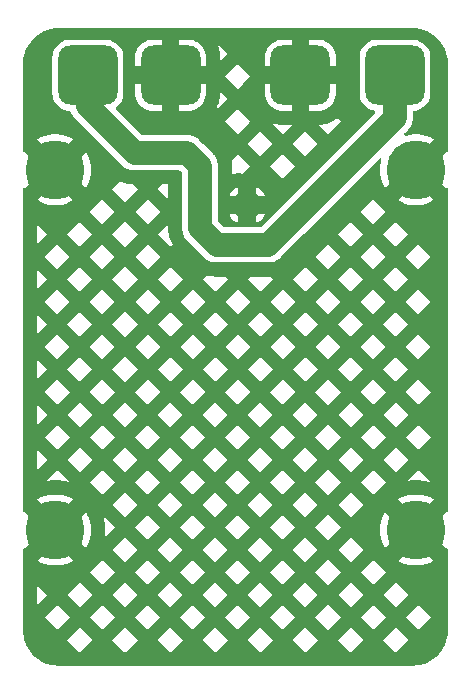
<source format=gbr>
%TF.GenerationSoftware,KiCad,Pcbnew,7.0.6*%
%TF.CreationDate,2023-08-26T05:38:59+03:00*%
%TF.ProjectId,Matek H743-WING PCB,4d617465-6b20-4483-9734-332d57494e47,rev?*%
%TF.SameCoordinates,Original*%
%TF.FileFunction,Copper,L2,Bot*%
%TF.FilePolarity,Positive*%
%FSLAX46Y46*%
G04 Gerber Fmt 4.6, Leading zero omitted, Abs format (unit mm)*
G04 Created by KiCad (PCBNEW 7.0.6) date 2023-08-26 05:38:59*
%MOMM*%
%LPD*%
G01*
G04 APERTURE LIST*
G04 Aperture macros list*
%AMRoundRect*
0 Rectangle with rounded corners*
0 $1 Rounding radius*
0 $2 $3 $4 $5 $6 $7 $8 $9 X,Y pos of 4 corners*
0 Add a 4 corners polygon primitive as box body*
4,1,4,$2,$3,$4,$5,$6,$7,$8,$9,$2,$3,0*
0 Add four circle primitives for the rounded corners*
1,1,$1+$1,$2,$3*
1,1,$1+$1,$4,$5*
1,1,$1+$1,$6,$7*
1,1,$1+$1,$8,$9*
0 Add four rect primitives between the rounded corners*
20,1,$1+$1,$2,$3,$4,$5,0*
20,1,$1+$1,$4,$5,$6,$7,0*
20,1,$1+$1,$6,$7,$8,$9,0*
20,1,$1+$1,$8,$9,$2,$3,0*%
G04 Aperture macros list end*
%TA.AperFunction,ComponentPad*%
%ADD10C,0.500000*%
%TD*%
%TA.AperFunction,SMDPad,CuDef*%
%ADD11RoundRect,0.400000X-0.600000X-0.600000X0.600000X-0.600000X0.600000X0.600000X-0.600000X0.600000X0*%
%TD*%
%TA.AperFunction,ComponentPad*%
%ADD12C,0.800000*%
%TD*%
%TA.AperFunction,SMDPad,CuDef*%
%ADD13RoundRect,1.000000X-1.500000X-1.500000X1.500000X-1.500000X1.500000X1.500000X-1.500000X1.500000X0*%
%TD*%
%TA.AperFunction,ComponentPad*%
%ADD14C,5.000000*%
%TD*%
%TA.AperFunction,Conductor*%
%ADD15C,2.000000*%
%TD*%
G04 APERTURE END LIST*
D10*
%TO.P,J6,1,Pin_1*%
%TO.N,GND*%
X100500000Y-114500000D03*
X100500000Y-115500000D03*
D11*
X101000000Y-115000000D03*
D10*
X101500000Y-114500000D03*
X101500000Y-115500000D03*
%TD*%
%TO.P,J5,1,Pin_1*%
%TO.N,+BATT*%
X96500000Y-114500000D03*
X96500000Y-115500000D03*
D11*
X97000000Y-115000000D03*
D10*
X97500000Y-114500000D03*
X97500000Y-115500000D03*
%TD*%
D12*
%TO.P,J1,1,Pin_1*%
%TO.N,+BATT*%
X112000000Y-102500000D03*
X112000000Y-104000000D03*
X112000000Y-105500000D03*
X113500000Y-102500000D03*
X113500000Y-104000000D03*
D13*
X113500000Y-104000000D03*
D12*
X113500000Y-105500000D03*
X115000000Y-102500000D03*
X115000000Y-104000000D03*
X115000000Y-105500000D03*
%TD*%
%TO.P,J2,1,Pin_1*%
%TO.N,GND*%
X104000000Y-102500000D03*
X104000000Y-104000000D03*
X104000000Y-105500000D03*
X105500000Y-102500000D03*
X105500000Y-104000000D03*
D13*
X105500000Y-104000000D03*
D12*
X105500000Y-105500000D03*
X107000000Y-102500000D03*
X107000000Y-104000000D03*
X107000000Y-105500000D03*
%TD*%
%TO.P,J4,1,Pin_1*%
%TO.N,GND*%
X93000000Y-102500000D03*
X93000000Y-104000000D03*
X93000000Y-105500000D03*
X94500000Y-102500000D03*
X94500000Y-104000000D03*
D13*
X94500000Y-104000000D03*
D12*
X94500000Y-105500000D03*
X96000000Y-102500000D03*
X96000000Y-104000000D03*
X96000000Y-105500000D03*
%TD*%
%TO.P,J3,1,Pin_1*%
%TO.N,+BATT*%
X86000000Y-102500000D03*
X86000000Y-104000000D03*
X86000000Y-105500000D03*
X87500000Y-102500000D03*
X87500000Y-104000000D03*
D13*
X87500000Y-104000000D03*
D12*
X87500000Y-105500000D03*
X89000000Y-102500000D03*
X89000000Y-104000000D03*
X89000000Y-105500000D03*
%TD*%
D14*
%TO.P,H3,1,1*%
%TO.N,GND*%
X84750000Y-142500000D03*
%TD*%
%TO.P,H2,1,1*%
%TO.N,GND*%
X115250000Y-112000000D03*
%TD*%
%TO.P,H4,1,1*%
%TO.N,GND*%
X115250000Y-142500000D03*
%TD*%
%TO.P,H1,1,1*%
%TO.N,GND*%
X84750000Y-112000000D03*
%TD*%
D15*
%TO.N,+BATT*%
X91450000Y-110550000D02*
X87500000Y-106600000D01*
X87500000Y-106600000D02*
X87500000Y-104000000D01*
X95900000Y-110550000D02*
X91450000Y-110550000D01*
X97000000Y-111650000D02*
X95900000Y-110550000D01*
X97000000Y-115000000D02*
X97000000Y-111650000D01*
X102750000Y-118350000D02*
X113500000Y-107600000D01*
X98400000Y-118350000D02*
X102750000Y-118350000D01*
X113500000Y-107600000D02*
X113500000Y-104000000D01*
X97000000Y-116950000D02*
X98400000Y-118350000D01*
X97000000Y-115000000D02*
X97000000Y-116950000D01*
%TD*%
%TA.AperFunction,Conductor*%
%TO.N,GND*%
G36*
X115001620Y-100010584D02*
G01*
X115147448Y-100018227D01*
X115309243Y-100026707D01*
X115315701Y-100027385D01*
X115618339Y-100075319D01*
X115624686Y-100076668D01*
X115920666Y-100155976D01*
X115926835Y-100157979D01*
X116212905Y-100267791D01*
X116218832Y-100270430D01*
X116491870Y-100409550D01*
X116497459Y-100412776D01*
X116754468Y-100579680D01*
X116759707Y-100583488D01*
X116997842Y-100776325D01*
X117002668Y-100780671D01*
X117219328Y-100997331D01*
X117223674Y-101002157D01*
X117416511Y-101240292D01*
X117420321Y-101245535D01*
X117587219Y-101502534D01*
X117590457Y-101508142D01*
X117729568Y-101781165D01*
X117732209Y-101787097D01*
X117842017Y-102073157D01*
X117844023Y-102079333D01*
X117923331Y-102375313D01*
X117924681Y-102381665D01*
X117972613Y-102684297D01*
X117973292Y-102690755D01*
X117989415Y-102998377D01*
X117989500Y-103001623D01*
X117989499Y-110355305D01*
X117969814Y-110422344D01*
X117917010Y-110468099D01*
X117849315Y-110478244D01*
X117834380Y-110476277D01*
X116661503Y-111649155D01*
X116660447Y-111642826D01*
X116582422Y-111415546D01*
X116468051Y-111204207D01*
X116320455Y-111014576D01*
X116143660Y-110851825D01*
X115942489Y-110720393D01*
X115722428Y-110623865D01*
X115597188Y-110592150D01*
X116776235Y-109413104D01*
X116752543Y-109397522D01*
X116752533Y-109397516D01*
X116440260Y-109240685D01*
X116440254Y-109240683D01*
X116111869Y-109121161D01*
X116111866Y-109121160D01*
X115771828Y-109040570D01*
X115424723Y-109000000D01*
X115075277Y-109000000D01*
X114728172Y-109040570D01*
X114728170Y-109040570D01*
X114437083Y-109109559D01*
X114367311Y-109105865D01*
X114310612Y-109065036D01*
X114284988Y-109000035D01*
X114298574Y-108931499D01*
X114320803Y-108901223D01*
X114492422Y-108729604D01*
X114498167Y-108724530D01*
X114519744Y-108707738D01*
X114582949Y-108639078D01*
X114604902Y-108617126D01*
X114624966Y-108593435D01*
X114688164Y-108524785D01*
X114703117Y-108501894D01*
X114707697Y-108495754D01*
X114725366Y-108474894D01*
X114773136Y-108394724D01*
X114824173Y-108316607D01*
X114835154Y-108291571D01*
X114838657Y-108284764D01*
X114852656Y-108261273D01*
X114886580Y-108174332D01*
X114924063Y-108088881D01*
X114930771Y-108062385D01*
X114933110Y-108055083D01*
X114943050Y-108029614D01*
X114962202Y-107938274D01*
X114985108Y-107847821D01*
X114987364Y-107820593D01*
X114988473Y-107812982D01*
X114989327Y-107808904D01*
X114994081Y-107786237D01*
X114997937Y-107692990D01*
X115000500Y-107662067D01*
X115000500Y-107631035D01*
X115004357Y-107537779D01*
X115000975Y-107510651D01*
X115000500Y-107502981D01*
X115000500Y-107122152D01*
X115020185Y-107055113D01*
X115072989Y-107009358D01*
X115116814Y-106998390D01*
X115186237Y-106994081D01*
X115429614Y-106943050D01*
X115429621Y-106943046D01*
X115429625Y-106943046D01*
X115593554Y-106879080D01*
X115661273Y-106852656D01*
X115874894Y-106725366D01*
X115874898Y-106725361D01*
X115874902Y-106725360D01*
X116064649Y-106564651D01*
X116064651Y-106564649D01*
X116225360Y-106374902D01*
X116225361Y-106374898D01*
X116225366Y-106374894D01*
X116352656Y-106161273D01*
X116443050Y-105929614D01*
X116494081Y-105686237D01*
X116500500Y-105582842D01*
X116500500Y-102417158D01*
X116494081Y-102313763D01*
X116443050Y-102070386D01*
X116443048Y-102070381D01*
X116443046Y-102070374D01*
X116352657Y-101838730D01*
X116352656Y-101838727D01*
X116225366Y-101625106D01*
X116225363Y-101625103D01*
X116225360Y-101625097D01*
X116064651Y-101435350D01*
X116064649Y-101435348D01*
X115874902Y-101274639D01*
X115874894Y-101274634D01*
X115661273Y-101147344D01*
X115661271Y-101147343D01*
X115661269Y-101147342D01*
X115429625Y-101056953D01*
X115429615Y-101056950D01*
X115186238Y-101005919D01*
X115186235Y-101005918D01*
X115082845Y-100999500D01*
X115082842Y-100999500D01*
X111917158Y-100999500D01*
X111917155Y-100999500D01*
X111813764Y-101005918D01*
X111813761Y-101005919D01*
X111570384Y-101056950D01*
X111570374Y-101056953D01*
X111338730Y-101147342D01*
X111125097Y-101274639D01*
X110935350Y-101435348D01*
X110935348Y-101435350D01*
X110774639Y-101625097D01*
X110647342Y-101838730D01*
X110556953Y-102070374D01*
X110556950Y-102070384D01*
X110505919Y-102313761D01*
X110505918Y-102313764D01*
X110499500Y-102417155D01*
X110499500Y-105582845D01*
X110505918Y-105686235D01*
X110505919Y-105686238D01*
X110556950Y-105929615D01*
X110556953Y-105929625D01*
X110647342Y-106161269D01*
X110647344Y-106161273D01*
X110774464Y-106374608D01*
X110774639Y-106374902D01*
X110935348Y-106564649D01*
X110935350Y-106564651D01*
X111125097Y-106725360D01*
X111125103Y-106725363D01*
X111125106Y-106725366D01*
X111338727Y-106852656D01*
X111338730Y-106852657D01*
X111570374Y-106943046D01*
X111570381Y-106943048D01*
X111570386Y-106943050D01*
X111730148Y-106976548D01*
X111791720Y-107009571D01*
X111825665Y-107070641D01*
X111821204Y-107140368D01*
X111792381Y-107185590D01*
X102164791Y-116813181D01*
X102103468Y-116846666D01*
X102077110Y-116849500D01*
X99072890Y-116849500D01*
X99005851Y-116829815D01*
X98985209Y-116813181D01*
X98536819Y-116364791D01*
X98503334Y-116303468D01*
X98500500Y-116277110D01*
X98500500Y-115750000D01*
X99508445Y-115750000D01*
X99555150Y-115924307D01*
X99641037Y-116092873D01*
X99641038Y-116092875D01*
X99760099Y-116239900D01*
X99907124Y-116358961D01*
X99907126Y-116358962D01*
X100075692Y-116444849D01*
X100250000Y-116491554D01*
X100250000Y-115750000D01*
X101750000Y-115750000D01*
X101750000Y-116491553D01*
X101924307Y-116444849D01*
X102092873Y-116358962D01*
X102092875Y-116358961D01*
X102239900Y-116239900D01*
X102358961Y-116092875D01*
X102358962Y-116092873D01*
X102444849Y-115924307D01*
X102491555Y-115750000D01*
X101750000Y-115750000D01*
X100250000Y-115750000D01*
X99508445Y-115750000D01*
X98500500Y-115750000D01*
X98500500Y-115500000D01*
X100344709Y-115500000D01*
X100365514Y-115577645D01*
X100422355Y-115634486D01*
X100480254Y-115650000D01*
X100519746Y-115650000D01*
X100577645Y-115634486D01*
X100634486Y-115577646D01*
X100655291Y-115500000D01*
X101344709Y-115500000D01*
X101365514Y-115577645D01*
X101422355Y-115634486D01*
X101480254Y-115650000D01*
X101519746Y-115650000D01*
X101577645Y-115634486D01*
X101634486Y-115577646D01*
X101655291Y-115500000D01*
X101634486Y-115422355D01*
X101577645Y-115365514D01*
X101519746Y-115350000D01*
X101480254Y-115350000D01*
X101422355Y-115365514D01*
X101365514Y-115422354D01*
X101344709Y-115500000D01*
X100655291Y-115500000D01*
X100634486Y-115422355D01*
X100577645Y-115365514D01*
X100519746Y-115350000D01*
X100480254Y-115350000D01*
X100422355Y-115365514D01*
X100365514Y-115422354D01*
X100344709Y-115500000D01*
X98500500Y-115500000D01*
X98500500Y-114500000D01*
X100344709Y-114500000D01*
X100365514Y-114577645D01*
X100422355Y-114634486D01*
X100480254Y-114650000D01*
X100519746Y-114650000D01*
X100577645Y-114634486D01*
X100634486Y-114577646D01*
X100655291Y-114500000D01*
X101344709Y-114500000D01*
X101365514Y-114577645D01*
X101422355Y-114634486D01*
X101480254Y-114650000D01*
X101519746Y-114650000D01*
X101577645Y-114634486D01*
X101634486Y-114577646D01*
X101655291Y-114500000D01*
X101634486Y-114422355D01*
X101577645Y-114365514D01*
X101519746Y-114350000D01*
X101480254Y-114350000D01*
X101422355Y-114365514D01*
X101365514Y-114422354D01*
X101344709Y-114500000D01*
X100655291Y-114500000D01*
X100634486Y-114422355D01*
X100577645Y-114365514D01*
X100519746Y-114350000D01*
X100480254Y-114350000D01*
X100422355Y-114365514D01*
X100365514Y-114422354D01*
X100344709Y-114500000D01*
X98500500Y-114500000D01*
X98500500Y-114250000D01*
X99508445Y-114250000D01*
X100250000Y-114250000D01*
X100250000Y-113508444D01*
X101750000Y-113508444D01*
X101750000Y-114250000D01*
X102491554Y-114250000D01*
X102444849Y-114075692D01*
X102358962Y-113907126D01*
X102358961Y-113907124D01*
X102239900Y-113760099D01*
X102092876Y-113641039D01*
X101924307Y-113555149D01*
X101750000Y-113508444D01*
X100250000Y-113508444D01*
X100249999Y-113508444D01*
X100075692Y-113555149D01*
X99907123Y-113641039D01*
X99760099Y-113760099D01*
X99641038Y-113907124D01*
X99641037Y-113907126D01*
X99555150Y-114075692D01*
X99508445Y-114250000D01*
X98500500Y-114250000D01*
X98500500Y-111747018D01*
X98500977Y-111739342D01*
X98504357Y-111712220D01*
X98504357Y-111712219D01*
X98500500Y-111618964D01*
X98500500Y-111587934D01*
X98497937Y-111557009D01*
X98494081Y-111463769D01*
X98494081Y-111463763D01*
X98491589Y-111451880D01*
X98488473Y-111437016D01*
X98487364Y-111429406D01*
X98485109Y-111402187D01*
X98485108Y-111402184D01*
X98485108Y-111402179D01*
X98462198Y-111311711D01*
X98443049Y-111220386D01*
X98433116Y-111194932D01*
X98432386Y-111192651D01*
X99664709Y-111192651D01*
X99671272Y-111231985D01*
X99674795Y-111260265D01*
X99679500Y-111288455D01*
X99686261Y-111342697D01*
X99689928Y-111386954D01*
X99693890Y-111482750D01*
X99696452Y-111513658D01*
X99698500Y-111563157D01*
X99698500Y-111594201D01*
X99702463Y-111690024D01*
X99702463Y-111734429D01*
X99700204Y-111789041D01*
X99698499Y-111809600D01*
X99698499Y-112294123D01*
X99794586Y-112390210D01*
X100212962Y-112278106D01*
X100269247Y-112276264D01*
X100632909Y-112348601D01*
X101255017Y-111726493D01*
X102949245Y-111726493D01*
X104011320Y-112788567D01*
X105073395Y-111726493D01*
X104011320Y-110664418D01*
X102949245Y-111726493D01*
X101255017Y-111726493D01*
X101255018Y-111726492D01*
X100192943Y-110664417D01*
X99664709Y-111192651D01*
X98432386Y-111192651D01*
X98430771Y-111187609D01*
X98424064Y-111161123D01*
X98424063Y-111161119D01*
X98410585Y-111130393D01*
X98386577Y-111075659D01*
X98352655Y-110988725D01*
X98348631Y-110981972D01*
X98338665Y-110965248D01*
X98335150Y-110958416D01*
X98324174Y-110933396D01*
X98324173Y-110933393D01*
X98288885Y-110879380D01*
X98273137Y-110855275D01*
X98251543Y-110819037D01*
X98225366Y-110775106D01*
X98207702Y-110754250D01*
X98203106Y-110748086D01*
X98188166Y-110725218D01*
X98188165Y-110725217D01*
X98188164Y-110725215D01*
X98124966Y-110656564D01*
X98104902Y-110632874D01*
X98095893Y-110623865D01*
X98082950Y-110610921D01*
X98019747Y-110542265D01*
X98019746Y-110542264D01*
X98019744Y-110542262D01*
X97998174Y-110525473D01*
X97992412Y-110520384D01*
X97289333Y-109817305D01*
X101040057Y-109817305D01*
X102102132Y-110879380D01*
X103164206Y-109817305D01*
X104858434Y-109817305D01*
X105920509Y-110879380D01*
X106982584Y-109817305D01*
X105920509Y-108755230D01*
X104858434Y-109817305D01*
X103164206Y-109817305D01*
X102102132Y-108755230D01*
X101040057Y-109817305D01*
X97289333Y-109817305D01*
X97029615Y-109557587D01*
X97024524Y-109551822D01*
X97007739Y-109530257D01*
X96939078Y-109467049D01*
X96917129Y-109445100D01*
X96893435Y-109425033D01*
X96824786Y-109361837D01*
X96824785Y-109361836D01*
X96801904Y-109346887D01*
X96795747Y-109342296D01*
X96774894Y-109324634D01*
X96694720Y-109276860D01*
X96616607Y-109225827D01*
X96616604Y-109225825D01*
X96591588Y-109214852D01*
X96584750Y-109211332D01*
X96561275Y-109197344D01*
X96474335Y-109163420D01*
X96474334Y-109163419D01*
X96388881Y-109125937D01*
X96388877Y-109125936D01*
X96388875Y-109125935D01*
X96362387Y-109119227D01*
X96355067Y-109116882D01*
X96336298Y-109109559D01*
X96329614Y-109106951D01*
X96238288Y-109087801D01*
X96238288Y-109087800D01*
X96147819Y-109064891D01*
X96120590Y-109062635D01*
X96112983Y-109061526D01*
X96092986Y-109057334D01*
X96086237Y-109055919D01*
X96086235Y-109055918D01*
X95992990Y-109052062D01*
X95962067Y-109049500D01*
X95962064Y-109049500D01*
X95931035Y-109049500D01*
X95837780Y-109045643D01*
X95837779Y-109045643D01*
X95810652Y-109049024D01*
X95802981Y-109049500D01*
X92122889Y-109049500D01*
X92055850Y-109029815D01*
X92035208Y-109013181D01*
X90930143Y-107908116D01*
X99130869Y-107908116D01*
X100192944Y-108970191D01*
X101127109Y-108036025D01*
X103077154Y-108036025D01*
X104011320Y-108970191D01*
X104783511Y-108198000D01*
X107057505Y-108198000D01*
X107829696Y-108970191D01*
X108891771Y-107908116D01*
X108634747Y-107651092D01*
X108628011Y-107656798D01*
X108592959Y-107684080D01*
X108548472Y-107715842D01*
X108511312Y-107740117D01*
X108250815Y-107895340D01*
X108211768Y-107916472D01*
X108162661Y-107940479D01*
X108121995Y-107958317D01*
X107839474Y-108068557D01*
X107797438Y-108082986D01*
X107745051Y-108098577D01*
X107702050Y-108109465D01*
X107408624Y-108170991D01*
X107370338Y-108177584D01*
X107322943Y-108183990D01*
X107284278Y-108187799D01*
X107138478Y-108196850D01*
X107101351Y-108198000D01*
X107057505Y-108198000D01*
X104783511Y-108198000D01*
X103898649Y-108198000D01*
X103861522Y-108196850D01*
X103715722Y-108187799D01*
X103677057Y-108183990D01*
X103629662Y-108177584D01*
X103591376Y-108170991D01*
X103297950Y-108109465D01*
X103254949Y-108098577D01*
X103202562Y-108082986D01*
X103160526Y-108068557D01*
X103077154Y-108036025D01*
X101127109Y-108036025D01*
X101255018Y-107908116D01*
X100192943Y-106846042D01*
X99130869Y-107908116D01*
X90930143Y-107908116D01*
X90036999Y-107014972D01*
X98237725Y-107014972D01*
X98283755Y-107061002D01*
X99345830Y-105998927D01*
X98698000Y-105351097D01*
X98698000Y-105601351D01*
X98696850Y-105638478D01*
X98687799Y-105784278D01*
X98683990Y-105822943D01*
X98677584Y-105870338D01*
X98670991Y-105908624D01*
X98609465Y-106202050D01*
X98598577Y-106245051D01*
X98582986Y-106297438D01*
X98568557Y-106339474D01*
X98458317Y-106621995D01*
X98440479Y-106662661D01*
X98416472Y-106711768D01*
X98395340Y-106750815D01*
X98240117Y-107011312D01*
X98237725Y-107014972D01*
X90036999Y-107014972D01*
X89901107Y-106879080D01*
X89867622Y-106817757D01*
X89872606Y-106748065D01*
X89908645Y-106696780D01*
X90064650Y-106564650D01*
X90064952Y-106564294D01*
X90225360Y-106374902D01*
X90225361Y-106374898D01*
X90225366Y-106374894D01*
X90352656Y-106161273D01*
X90443050Y-105929614D01*
X90494081Y-105686237D01*
X90500500Y-105582842D01*
X90500500Y-104750000D01*
X91500000Y-104750000D01*
X91500000Y-105582807D01*
X91506417Y-105686173D01*
X91506418Y-105686176D01*
X91557432Y-105929472D01*
X91557435Y-105929482D01*
X91647793Y-106161049D01*
X91775046Y-106374608D01*
X91935703Y-106564294D01*
X91935705Y-106564296D01*
X92125391Y-106724953D01*
X92338950Y-106852206D01*
X92570517Y-106942564D01*
X92570527Y-106942567D01*
X92813823Y-106993581D01*
X92813826Y-106993582D01*
X92917193Y-107000000D01*
X93750000Y-107000000D01*
X93750000Y-105545649D01*
X94300000Y-105545649D01*
X94339613Y-105627905D01*
X94410992Y-105684827D01*
X94477468Y-105700000D01*
X94522532Y-105700000D01*
X94589008Y-105684827D01*
X94660387Y-105627905D01*
X94700000Y-105545649D01*
X94700000Y-105454351D01*
X94660387Y-105372095D01*
X94589008Y-105315173D01*
X94522532Y-105300000D01*
X94477468Y-105300000D01*
X94410992Y-105315173D01*
X94339613Y-105372095D01*
X94300000Y-105454351D01*
X94300000Y-105545649D01*
X93750000Y-105545649D01*
X93750000Y-104750000D01*
X95250000Y-104750000D01*
X95250000Y-107000000D01*
X96082807Y-107000000D01*
X96186173Y-106993582D01*
X96186176Y-106993581D01*
X96429472Y-106942567D01*
X96429482Y-106942564D01*
X96661049Y-106852206D01*
X96874608Y-106724953D01*
X97064294Y-106564296D01*
X97064296Y-106564294D01*
X97224953Y-106374608D01*
X97352206Y-106161049D01*
X97442564Y-105929482D01*
X97442567Y-105929472D01*
X97493581Y-105686176D01*
X97493582Y-105686173D01*
X97500000Y-105582807D01*
X97500000Y-104750000D01*
X95250000Y-104750000D01*
X93750000Y-104750000D01*
X91500000Y-104750000D01*
X90500500Y-104750000D01*
X90500500Y-104045649D01*
X92800000Y-104045649D01*
X92839613Y-104127905D01*
X92910992Y-104184827D01*
X92977468Y-104200000D01*
X93022532Y-104200000D01*
X93089008Y-104184827D01*
X93160387Y-104127905D01*
X93200000Y-104045649D01*
X94300000Y-104045649D01*
X94339613Y-104127905D01*
X94410992Y-104184827D01*
X94477468Y-104200000D01*
X94522532Y-104200000D01*
X94589008Y-104184827D01*
X94660387Y-104127905D01*
X94700000Y-104045649D01*
X95800000Y-104045649D01*
X95839613Y-104127905D01*
X95910992Y-104184827D01*
X95977468Y-104200000D01*
X96022532Y-104200000D01*
X96089008Y-104184827D01*
X96160387Y-104127905D01*
X96178767Y-104089740D01*
X99130869Y-104089740D01*
X100192944Y-105151814D01*
X100594758Y-104750000D01*
X102500000Y-104750000D01*
X102500000Y-105582807D01*
X102506417Y-105686173D01*
X102506418Y-105686176D01*
X102557432Y-105929472D01*
X102557435Y-105929482D01*
X102647793Y-106161049D01*
X102775046Y-106374608D01*
X102935703Y-106564294D01*
X102935705Y-106564296D01*
X103125391Y-106724953D01*
X103338950Y-106852206D01*
X103570517Y-106942564D01*
X103570527Y-106942567D01*
X103813823Y-106993581D01*
X103813826Y-106993582D01*
X103917193Y-107000000D01*
X104750000Y-107000000D01*
X104750000Y-105545649D01*
X105300000Y-105545649D01*
X105339613Y-105627905D01*
X105410992Y-105684827D01*
X105477468Y-105700000D01*
X105522532Y-105700000D01*
X105589008Y-105684827D01*
X105660387Y-105627905D01*
X105700000Y-105545649D01*
X105700000Y-105454351D01*
X105660387Y-105372095D01*
X105589008Y-105315173D01*
X105522532Y-105300000D01*
X105477468Y-105300000D01*
X105410992Y-105315173D01*
X105339613Y-105372095D01*
X105300000Y-105454351D01*
X105300000Y-105545649D01*
X104750000Y-105545649D01*
X104750000Y-104750000D01*
X106250000Y-104750000D01*
X106250000Y-107000000D01*
X107082807Y-107000000D01*
X107186173Y-106993582D01*
X107186176Y-106993581D01*
X107429472Y-106942567D01*
X107429482Y-106942564D01*
X107661049Y-106852206D01*
X107874608Y-106724953D01*
X108064294Y-106564296D01*
X108064296Y-106564294D01*
X108224953Y-106374608D01*
X108352206Y-106161049D01*
X108442564Y-105929482D01*
X108442567Y-105929472D01*
X108493581Y-105686176D01*
X108493582Y-105686173D01*
X108500000Y-105582807D01*
X108500000Y-104750000D01*
X106250000Y-104750000D01*
X104750000Y-104750000D01*
X102500000Y-104750000D01*
X100594758Y-104750000D01*
X101255019Y-104089740D01*
X101210928Y-104045649D01*
X103800000Y-104045649D01*
X103839613Y-104127905D01*
X103910992Y-104184827D01*
X103977468Y-104200000D01*
X104022532Y-104200000D01*
X104089008Y-104184827D01*
X104160387Y-104127905D01*
X104200000Y-104045649D01*
X105300000Y-104045649D01*
X105339613Y-104127905D01*
X105410992Y-104184827D01*
X105477468Y-104200000D01*
X105522532Y-104200000D01*
X105589008Y-104184827D01*
X105660387Y-104127905D01*
X105700000Y-104045649D01*
X106800000Y-104045649D01*
X106839613Y-104127905D01*
X106910992Y-104184827D01*
X106977468Y-104200000D01*
X107022532Y-104200000D01*
X107089008Y-104184827D01*
X107160387Y-104127905D01*
X107200000Y-104045649D01*
X107200000Y-103954351D01*
X107160387Y-103872095D01*
X107089008Y-103815173D01*
X107022532Y-103800000D01*
X106977468Y-103800000D01*
X106910992Y-103815173D01*
X106839613Y-103872095D01*
X106800000Y-103954351D01*
X106800000Y-104045649D01*
X105700000Y-104045649D01*
X105700000Y-103954351D01*
X105660387Y-103872095D01*
X105589008Y-103815173D01*
X105522532Y-103800000D01*
X105477468Y-103800000D01*
X105410992Y-103815173D01*
X105339613Y-103872095D01*
X105300000Y-103954351D01*
X105300000Y-104045649D01*
X104200000Y-104045649D01*
X104200000Y-103954351D01*
X104160387Y-103872095D01*
X104089008Y-103815173D01*
X104022532Y-103800000D01*
X103977468Y-103800000D01*
X103910992Y-103815173D01*
X103839613Y-103872095D01*
X103800000Y-103954351D01*
X103800000Y-104045649D01*
X101210928Y-104045649D01*
X100415279Y-103250000D01*
X102500000Y-103250000D01*
X104750000Y-103250000D01*
X104750000Y-102545649D01*
X105300000Y-102545649D01*
X105339613Y-102627905D01*
X105410992Y-102684827D01*
X105477468Y-102700000D01*
X105522532Y-102700000D01*
X105589008Y-102684827D01*
X105660387Y-102627905D01*
X105700000Y-102545649D01*
X105700000Y-102454351D01*
X105660387Y-102372095D01*
X105589008Y-102315173D01*
X105522532Y-102300000D01*
X105477468Y-102300000D01*
X105410992Y-102315173D01*
X105339613Y-102372095D01*
X105300000Y-102454351D01*
X105300000Y-102545649D01*
X104750000Y-102545649D01*
X104750000Y-101000000D01*
X106250000Y-101000000D01*
X106250000Y-103250000D01*
X108500000Y-103250000D01*
X108500000Y-102417193D01*
X108493582Y-102313826D01*
X108493581Y-102313823D01*
X108442567Y-102070527D01*
X108442564Y-102070517D01*
X108352206Y-101838950D01*
X108224953Y-101625391D01*
X108064296Y-101435705D01*
X108064294Y-101435703D01*
X107874608Y-101275046D01*
X107661049Y-101147793D01*
X107429482Y-101057435D01*
X107429472Y-101057432D01*
X107186176Y-101006418D01*
X107186173Y-101006417D01*
X107082807Y-101000000D01*
X106250000Y-101000000D01*
X104750000Y-101000000D01*
X103917193Y-101000000D01*
X103813826Y-101006417D01*
X103813823Y-101006418D01*
X103570527Y-101057432D01*
X103570517Y-101057435D01*
X103338950Y-101147793D01*
X103125391Y-101275046D01*
X102935705Y-101435703D01*
X102935703Y-101435705D01*
X102775046Y-101625391D01*
X102647793Y-101838950D01*
X102557435Y-102070517D01*
X102557432Y-102070527D01*
X102506418Y-102313823D01*
X102506417Y-102313826D01*
X102500000Y-102417193D01*
X102500000Y-103250000D01*
X100415279Y-103250000D01*
X100192944Y-103027665D01*
X99130869Y-104089740D01*
X96178767Y-104089740D01*
X96200000Y-104045649D01*
X96200000Y-103954351D01*
X96160387Y-103872095D01*
X96089008Y-103815173D01*
X96022532Y-103800000D01*
X95977468Y-103800000D01*
X95910992Y-103815173D01*
X95839613Y-103872095D01*
X95800000Y-103954351D01*
X95800000Y-104045649D01*
X94700000Y-104045649D01*
X94700000Y-103954351D01*
X94660387Y-103872095D01*
X94589008Y-103815173D01*
X94522532Y-103800000D01*
X94477468Y-103800000D01*
X94410992Y-103815173D01*
X94339613Y-103872095D01*
X94300000Y-103954351D01*
X94300000Y-104045649D01*
X93200000Y-104045649D01*
X93200000Y-103954351D01*
X93160387Y-103872095D01*
X93089008Y-103815173D01*
X93022532Y-103800000D01*
X92977468Y-103800000D01*
X92910992Y-103815173D01*
X92839613Y-103872095D01*
X92800000Y-103954351D01*
X92800000Y-104045649D01*
X90500500Y-104045649D01*
X90500500Y-103250000D01*
X91500000Y-103250000D01*
X93750000Y-103250000D01*
X93750000Y-102545649D01*
X94300000Y-102545649D01*
X94339613Y-102627905D01*
X94410992Y-102684827D01*
X94477468Y-102700000D01*
X94522532Y-102700000D01*
X94589008Y-102684827D01*
X94660387Y-102627905D01*
X94700000Y-102545649D01*
X94700000Y-102454351D01*
X94660387Y-102372095D01*
X94589008Y-102315173D01*
X94522532Y-102300000D01*
X94477468Y-102300000D01*
X94410992Y-102315173D01*
X94339613Y-102372095D01*
X94300000Y-102454351D01*
X94300000Y-102545649D01*
X93750000Y-102545649D01*
X93750000Y-101000000D01*
X95250000Y-101000000D01*
X95250000Y-103250000D01*
X97500000Y-103250000D01*
X97500000Y-102417193D01*
X97493582Y-102313826D01*
X97493581Y-102313823D01*
X97442567Y-102070527D01*
X97442564Y-102070517D01*
X97352206Y-101838950D01*
X97224953Y-101625391D01*
X97064296Y-101435705D01*
X97064294Y-101435703D01*
X96874608Y-101275046D01*
X96762929Y-101208500D01*
X98371097Y-101208500D01*
X98395340Y-101249185D01*
X98416472Y-101288232D01*
X98440479Y-101337339D01*
X98458317Y-101378005D01*
X98568557Y-101660526D01*
X98582986Y-101702562D01*
X98598577Y-101754949D01*
X98609465Y-101797950D01*
X98670991Y-102091376D01*
X98677584Y-102129662D01*
X98683990Y-102177057D01*
X98687799Y-102215722D01*
X98696850Y-102361522D01*
X98698000Y-102398649D01*
X98698000Y-102828382D01*
X99345830Y-102180551D01*
X98373779Y-101208500D01*
X98371097Y-101208500D01*
X96762929Y-101208500D01*
X96661049Y-101147793D01*
X96429482Y-101057435D01*
X96429472Y-101057432D01*
X96186176Y-101006418D01*
X96186173Y-101006417D01*
X96082807Y-101000000D01*
X95250000Y-101000000D01*
X93750000Y-101000000D01*
X92917193Y-101000000D01*
X92813826Y-101006417D01*
X92813823Y-101006418D01*
X92570527Y-101057432D01*
X92570517Y-101057435D01*
X92338950Y-101147793D01*
X92125391Y-101275046D01*
X91935705Y-101435703D01*
X91935703Y-101435705D01*
X91775046Y-101625391D01*
X91647793Y-101838950D01*
X91557435Y-102070517D01*
X91557432Y-102070527D01*
X91506418Y-102313823D01*
X91506417Y-102313826D01*
X91500000Y-102417193D01*
X91500000Y-103250000D01*
X90500500Y-103250000D01*
X90500500Y-102417158D01*
X90494081Y-102313763D01*
X90443050Y-102070386D01*
X90443048Y-102070381D01*
X90443046Y-102070374D01*
X90352657Y-101838730D01*
X90352656Y-101838727D01*
X90225366Y-101625106D01*
X90225363Y-101625103D01*
X90225360Y-101625097D01*
X90064651Y-101435350D01*
X90064649Y-101435348D01*
X89874902Y-101274639D01*
X89874894Y-101274634D01*
X89661273Y-101147344D01*
X89661271Y-101147343D01*
X89661269Y-101147342D01*
X89429625Y-101056953D01*
X89429615Y-101056950D01*
X89186238Y-101005919D01*
X89186235Y-101005918D01*
X89082845Y-100999500D01*
X89082842Y-100999500D01*
X85917158Y-100999500D01*
X85917155Y-100999500D01*
X85813764Y-101005918D01*
X85813761Y-101005919D01*
X85570384Y-101056950D01*
X85570374Y-101056953D01*
X85338730Y-101147342D01*
X85125097Y-101274639D01*
X84935350Y-101435348D01*
X84935348Y-101435350D01*
X84774639Y-101625097D01*
X84647342Y-101838730D01*
X84556953Y-102070374D01*
X84556950Y-102070384D01*
X84505919Y-102313761D01*
X84505918Y-102313764D01*
X84499500Y-102417155D01*
X84499500Y-105582845D01*
X84505918Y-105686235D01*
X84505919Y-105686238D01*
X84556950Y-105929615D01*
X84556953Y-105929625D01*
X84647342Y-106161269D01*
X84647344Y-106161273D01*
X84774464Y-106374608D01*
X84774639Y-106374902D01*
X84935348Y-106564649D01*
X84935350Y-106564651D01*
X85125097Y-106725360D01*
X85125103Y-106725363D01*
X85125106Y-106725366D01*
X85338727Y-106852656D01*
X85338730Y-106852657D01*
X85570374Y-106943046D01*
X85570381Y-106943048D01*
X85570386Y-106943050D01*
X85813763Y-106994081D01*
X85839611Y-106995685D01*
X85917155Y-107000500D01*
X85917158Y-107000500D01*
X85957062Y-107000500D01*
X86024101Y-107020185D01*
X86069856Y-107072989D01*
X86074344Y-107084241D01*
X86075933Y-107088870D01*
X86075935Y-107088876D01*
X86075937Y-107088881D01*
X86090531Y-107122152D01*
X86113420Y-107174335D01*
X86147344Y-107261275D01*
X86161332Y-107284750D01*
X86164852Y-107291588D01*
X86175825Y-107316604D01*
X86175827Y-107316607D01*
X86226860Y-107394720D01*
X86274634Y-107474894D01*
X86292296Y-107495747D01*
X86296887Y-107501904D01*
X86311836Y-107524785D01*
X86311837Y-107524786D01*
X86375033Y-107593435D01*
X86395100Y-107617129D01*
X86417049Y-107639078D01*
X86480257Y-107707739D01*
X86501822Y-107724524D01*
X86507587Y-107729615D01*
X90320392Y-111542419D01*
X90325476Y-111548177D01*
X90342258Y-111569739D01*
X90342265Y-111569747D01*
X90410933Y-111632961D01*
X90432872Y-111654900D01*
X90456554Y-111674957D01*
X90525215Y-111738164D01*
X90548089Y-111753108D01*
X90554252Y-111757704D01*
X90575102Y-111775363D01*
X90575106Y-111775366D01*
X90598056Y-111789041D01*
X90655275Y-111823137D01*
X90727600Y-111870388D01*
X90733393Y-111874173D01*
X90758418Y-111885150D01*
X90765248Y-111888665D01*
X90788727Y-111902656D01*
X90875667Y-111936580D01*
X90961119Y-111974063D01*
X90987623Y-111980774D01*
X90994920Y-111983112D01*
X91020386Y-111993050D01*
X91111725Y-112012202D01*
X91202179Y-112035108D01*
X91202183Y-112035108D01*
X91202187Y-112035109D01*
X91229406Y-112037364D01*
X91237016Y-112038473D01*
X91249727Y-112041138D01*
X91263763Y-112044081D01*
X91357009Y-112047937D01*
X91387933Y-112050500D01*
X91387934Y-112050500D01*
X91418965Y-112050500D01*
X91512221Y-112054357D01*
X91539347Y-112050975D01*
X91547019Y-112050500D01*
X95227110Y-112050500D01*
X95294149Y-112070185D01*
X95314791Y-112086819D01*
X95463181Y-112235209D01*
X95496666Y-112296532D01*
X95499500Y-112322890D01*
X95499500Y-116852981D01*
X95499024Y-116860656D01*
X95495643Y-116887779D01*
X95499500Y-116981035D01*
X95499500Y-117012064D01*
X95502062Y-117042990D01*
X95505918Y-117136233D01*
X95511526Y-117162983D01*
X95512635Y-117170590D01*
X95514891Y-117197818D01*
X95514891Y-117197819D01*
X95529963Y-117257335D01*
X95537801Y-117288288D01*
X95556951Y-117379614D01*
X95556952Y-117379616D01*
X95566882Y-117405067D01*
X95569227Y-117412387D01*
X95571650Y-117421956D01*
X95575937Y-117438881D01*
X95587577Y-117465417D01*
X95613420Y-117524335D01*
X95647344Y-117611275D01*
X95661332Y-117634750D01*
X95664852Y-117641588D01*
X95675825Y-117666604D01*
X95675827Y-117666607D01*
X95726860Y-117744720D01*
X95774634Y-117824894D01*
X95792296Y-117845747D01*
X95796887Y-117851904D01*
X95811836Y-117874785D01*
X95875033Y-117943435D01*
X95895100Y-117967129D01*
X95917049Y-117989078D01*
X95980257Y-118057739D01*
X96001822Y-118074524D01*
X96007587Y-118079615D01*
X97270384Y-119342412D01*
X97275473Y-119348174D01*
X97292262Y-119369744D01*
X97292264Y-119369746D01*
X97292265Y-119369747D01*
X97360921Y-119432950D01*
X97382866Y-119454894D01*
X97382874Y-119454902D01*
X97406564Y-119474966D01*
X97475215Y-119538164D01*
X97475217Y-119538165D01*
X97475218Y-119538166D01*
X97498086Y-119553106D01*
X97504250Y-119557702D01*
X97525106Y-119575366D01*
X97525113Y-119575370D01*
X97605278Y-119623139D01*
X97656312Y-119656480D01*
X97683393Y-119674173D01*
X97708412Y-119685147D01*
X97715243Y-119688663D01*
X97728657Y-119696656D01*
X97738720Y-119702653D01*
X97738730Y-119702658D01*
X97825663Y-119736579D01*
X97863146Y-119753020D01*
X97911119Y-119774063D01*
X97935908Y-119780340D01*
X97937609Y-119780771D01*
X97944932Y-119783116D01*
X97970386Y-119793049D01*
X98061711Y-119812198D01*
X98152179Y-119835108D01*
X98152184Y-119835108D01*
X98152187Y-119835109D01*
X98179406Y-119837364D01*
X98187016Y-119838473D01*
X98201880Y-119841589D01*
X98213763Y-119844081D01*
X98307009Y-119847937D01*
X98337933Y-119850500D01*
X98337934Y-119850500D01*
X98368965Y-119850500D01*
X98462221Y-119854357D01*
X98489347Y-119850975D01*
X98497019Y-119850500D01*
X102652981Y-119850500D01*
X102660652Y-119850975D01*
X102687779Y-119854357D01*
X102781035Y-119850500D01*
X102812067Y-119850500D01*
X102842990Y-119847937D01*
X102936237Y-119844081D01*
X102962982Y-119838472D01*
X102970582Y-119837364D01*
X102997821Y-119835108D01*
X102997824Y-119835107D01*
X102997826Y-119835107D01*
X102997829Y-119835106D01*
X103088288Y-119812198D01*
X103179614Y-119793049D01*
X103205077Y-119783112D01*
X103212374Y-119780774D01*
X103238881Y-119774063D01*
X103324335Y-119736579D01*
X103411274Y-119702656D01*
X103434761Y-119688659D01*
X103441581Y-119685149D01*
X103466607Y-119674173D01*
X103544720Y-119623139D01*
X103624894Y-119575366D01*
X103645754Y-119557697D01*
X103651894Y-119553117D01*
X103674785Y-119538164D01*
X103743435Y-119474966D01*
X103767126Y-119454902D01*
X103789078Y-119432949D01*
X103857738Y-119369744D01*
X103862795Y-119363246D01*
X106767622Y-119363246D01*
X107829697Y-120425321D01*
X108891771Y-119363246D01*
X110585999Y-119363246D01*
X111648074Y-120425321D01*
X112710148Y-119363246D01*
X114404375Y-119363246D01*
X115466450Y-120425320D01*
X116528524Y-119363246D01*
X115466450Y-118301171D01*
X114404375Y-119363246D01*
X112710148Y-119363246D01*
X111648074Y-118301171D01*
X110585999Y-119363246D01*
X108891771Y-119363246D01*
X107829697Y-118301171D01*
X106767622Y-119363246D01*
X103862795Y-119363246D01*
X103874530Y-119348167D01*
X103879604Y-119342422D01*
X105767968Y-117454058D01*
X108676810Y-117454058D01*
X109738885Y-118516133D01*
X110800960Y-117454058D01*
X110800959Y-117454057D01*
X112495187Y-117454057D01*
X113557262Y-118516133D01*
X114619337Y-117454058D01*
X113557262Y-116391982D01*
X112495187Y-117454057D01*
X110800959Y-117454057D01*
X109738885Y-116391983D01*
X108676810Y-117454058D01*
X105767968Y-117454058D01*
X107677157Y-115544869D01*
X110585999Y-115544869D01*
X111648074Y-116606945D01*
X112710149Y-115544870D01*
X111648074Y-114482794D01*
X110585999Y-115544869D01*
X107677157Y-115544869D01*
X112154129Y-111067897D01*
X112215448Y-111034415D01*
X112285140Y-111039399D01*
X112341073Y-111081271D01*
X112365490Y-111146735D01*
X112360597Y-111191144D01*
X112325917Y-111306983D01*
X112325914Y-111306997D01*
X112265236Y-111651119D01*
X112265235Y-111651130D01*
X112244916Y-111999996D01*
X112244916Y-112000003D01*
X112265235Y-112348869D01*
X112265236Y-112348880D01*
X112325914Y-112693002D01*
X112325916Y-112693011D01*
X112426145Y-113027800D01*
X112564555Y-113348670D01*
X112564561Y-113348683D01*
X112665619Y-113523719D01*
X112665620Y-113523720D01*
X113838496Y-112350843D01*
X113839553Y-112357174D01*
X113917578Y-112584454D01*
X114031949Y-112795793D01*
X114179545Y-112985424D01*
X114356340Y-113148175D01*
X114557511Y-113279607D01*
X114777572Y-113376135D01*
X114902810Y-113407849D01*
X113723764Y-114586894D01*
X113723764Y-114586895D01*
X113747460Y-114602480D01*
X113747465Y-114602483D01*
X114059739Y-114759313D01*
X114059745Y-114759316D01*
X114388130Y-114878838D01*
X114388133Y-114878839D01*
X114728171Y-114959429D01*
X115075276Y-114999999D01*
X115075277Y-115000000D01*
X115424723Y-115000000D01*
X115424723Y-114999999D01*
X115771827Y-114959429D01*
X115771829Y-114959429D01*
X116111866Y-114878839D01*
X116111869Y-114878838D01*
X116440254Y-114759316D01*
X116440260Y-114759313D01*
X116752536Y-114602482D01*
X116776235Y-114586894D01*
X115597189Y-113407849D01*
X115722428Y-113376135D01*
X115942489Y-113279607D01*
X116143660Y-113148175D01*
X116320455Y-112985424D01*
X116468051Y-112795793D01*
X116582422Y-112584454D01*
X116660447Y-112357174D01*
X116661503Y-112350844D01*
X117834379Y-113523720D01*
X117849315Y-113521754D01*
X117918350Y-113532520D01*
X117970606Y-113578900D01*
X117989500Y-113644693D01*
X117989500Y-140855305D01*
X117969815Y-140922344D01*
X117917011Y-140968099D01*
X117849316Y-140978244D01*
X117834380Y-140976277D01*
X116661503Y-142149155D01*
X116660447Y-142142826D01*
X116582422Y-141915546D01*
X116468051Y-141704207D01*
X116320455Y-141514576D01*
X116143660Y-141351825D01*
X115942489Y-141220393D01*
X115722428Y-141123865D01*
X115597189Y-141092150D01*
X116776235Y-139913104D01*
X116752543Y-139897522D01*
X116752533Y-139897516D01*
X116440260Y-139740685D01*
X116440254Y-139740683D01*
X116111869Y-139621161D01*
X116111866Y-139621160D01*
X115771828Y-139540570D01*
X115424723Y-139500000D01*
X115075277Y-139500000D01*
X114728172Y-139540570D01*
X114728170Y-139540570D01*
X114388133Y-139621160D01*
X114388130Y-139621161D01*
X114059745Y-139740683D01*
X114059739Y-139740685D01*
X113747457Y-139897521D01*
X113747455Y-139897522D01*
X113723764Y-139913103D01*
X113723764Y-139913104D01*
X114902810Y-141092150D01*
X114777572Y-141123865D01*
X114557511Y-141220393D01*
X114356340Y-141351825D01*
X114179545Y-141514576D01*
X114031949Y-141704207D01*
X113917578Y-141915546D01*
X113839553Y-142142826D01*
X113838496Y-142149155D01*
X112665619Y-140976279D01*
X112564561Y-141151316D01*
X112564555Y-141151329D01*
X112426145Y-141472199D01*
X112325916Y-141806988D01*
X112325914Y-141806997D01*
X112265236Y-142151119D01*
X112265235Y-142151130D01*
X112244916Y-142499996D01*
X112244916Y-142500003D01*
X112265235Y-142848869D01*
X112265236Y-142848880D01*
X112325914Y-143193002D01*
X112325916Y-143193011D01*
X112426145Y-143527800D01*
X112564555Y-143848670D01*
X112564561Y-143848683D01*
X112665619Y-144023719D01*
X112665620Y-144023720D01*
X113838496Y-142850843D01*
X113839553Y-142857174D01*
X113917578Y-143084454D01*
X114031949Y-143295793D01*
X114179545Y-143485424D01*
X114356340Y-143648175D01*
X114557511Y-143779607D01*
X114777572Y-143876135D01*
X114902810Y-143907849D01*
X113723764Y-145086894D01*
X113723764Y-145086895D01*
X113747460Y-145102480D01*
X113747465Y-145102483D01*
X114059739Y-145259313D01*
X114059745Y-145259316D01*
X114388130Y-145378838D01*
X114388133Y-145378839D01*
X114728171Y-145459429D01*
X115075276Y-145499999D01*
X115075277Y-145500000D01*
X115424723Y-145500000D01*
X115424723Y-145499999D01*
X115771827Y-145459429D01*
X115771829Y-145459429D01*
X116111866Y-145378839D01*
X116111869Y-145378838D01*
X116440254Y-145259316D01*
X116440260Y-145259313D01*
X116752536Y-145102482D01*
X116776235Y-145086894D01*
X115597189Y-143907849D01*
X115722428Y-143876135D01*
X115942489Y-143779607D01*
X116143660Y-143648175D01*
X116320455Y-143485424D01*
X116468051Y-143295793D01*
X116582422Y-143084454D01*
X116660447Y-142857174D01*
X116661503Y-142850844D01*
X117834379Y-144023720D01*
X117849313Y-144021754D01*
X117918349Y-144032519D01*
X117970605Y-144078899D01*
X117989499Y-144144693D01*
X117989500Y-150996587D01*
X117989500Y-150998376D01*
X117989415Y-151001622D01*
X117973292Y-151309244D01*
X117972613Y-151315702D01*
X117924681Y-151618334D01*
X117923331Y-151624686D01*
X117844023Y-151920666D01*
X117842017Y-151926842D01*
X117732209Y-152212902D01*
X117729568Y-152218834D01*
X117590457Y-152491857D01*
X117587214Y-152497473D01*
X117493432Y-152641886D01*
X117420329Y-152754454D01*
X117416511Y-152759707D01*
X117223674Y-152997842D01*
X117219328Y-153002668D01*
X117002668Y-153219328D01*
X116997842Y-153223674D01*
X116759707Y-153416511D01*
X116754455Y-153420327D01*
X116497473Y-153587214D01*
X116491857Y-153590457D01*
X116218834Y-153729568D01*
X116212902Y-153732209D01*
X115926842Y-153842017D01*
X115920666Y-153844023D01*
X115624686Y-153923331D01*
X115618334Y-153924681D01*
X115315702Y-153972613D01*
X115309244Y-153973292D01*
X115018515Y-153988529D01*
X115001620Y-153989415D01*
X114998377Y-153989500D01*
X85001623Y-153989500D01*
X84998379Y-153989415D01*
X84980615Y-153988484D01*
X84690755Y-153973292D01*
X84684297Y-153972613D01*
X84381665Y-153924681D01*
X84375313Y-153923331D01*
X84079333Y-153844023D01*
X84073157Y-153842017D01*
X83787097Y-153732209D01*
X83781165Y-153729568D01*
X83650611Y-153663048D01*
X83508135Y-153590453D01*
X83502534Y-153587219D01*
X83245535Y-153420321D01*
X83240292Y-153416511D01*
X83002157Y-153223674D01*
X82997331Y-153219328D01*
X82780671Y-153002668D01*
X82776325Y-152997842D01*
X82583488Y-152759707D01*
X82579680Y-152754468D01*
X82412776Y-152497459D01*
X82409550Y-152491870D01*
X82270430Y-152218832D01*
X82267790Y-152212902D01*
X82157982Y-151926842D01*
X82155976Y-151920666D01*
X82128855Y-151819448D01*
X85766551Y-151819448D01*
X86738603Y-152791500D01*
X86918649Y-152791500D01*
X87890700Y-151819448D01*
X89584927Y-151819448D01*
X90556979Y-152791500D01*
X90737025Y-152791500D01*
X91709077Y-151819448D01*
X93403304Y-151819448D01*
X94375356Y-152791500D01*
X94555402Y-152791500D01*
X95527454Y-151819448D01*
X97221681Y-151819448D01*
X98193733Y-152791500D01*
X98373779Y-152791500D01*
X99345830Y-151819448D01*
X101040057Y-151819448D01*
X102012109Y-152791500D01*
X102192155Y-152791500D01*
X103164207Y-151819448D01*
X104858434Y-151819448D01*
X105830486Y-152791500D01*
X106010532Y-152791500D01*
X106982584Y-151819448D01*
X106982583Y-151819447D01*
X108676809Y-151819447D01*
X109648862Y-152791500D01*
X109828908Y-152791500D01*
X110800960Y-151819447D01*
X112495187Y-151819447D01*
X113467239Y-152791500D01*
X113647285Y-152791500D01*
X114619337Y-151819447D01*
X113557262Y-150757373D01*
X112495187Y-151819447D01*
X110800960Y-151819447D01*
X109738885Y-150757373D01*
X108676809Y-151819447D01*
X106982583Y-151819447D01*
X105920509Y-150757373D01*
X104858434Y-151819448D01*
X103164207Y-151819448D01*
X102102132Y-150757373D01*
X101040057Y-151819448D01*
X99345830Y-151819448D01*
X98283755Y-150757373D01*
X97221681Y-151819448D01*
X95527454Y-151819448D01*
X94465379Y-150757373D01*
X93403304Y-151819448D01*
X91709077Y-151819448D01*
X90647002Y-150757373D01*
X89584927Y-151819448D01*
X87890700Y-151819448D01*
X87890701Y-151819447D01*
X86828625Y-150757373D01*
X85766551Y-151819448D01*
X82128855Y-151819448D01*
X82076668Y-151624686D01*
X82075318Y-151618334D01*
X82052076Y-151471592D01*
X82027385Y-151315701D01*
X82026707Y-151309243D01*
X82010585Y-151001622D01*
X82010500Y-150998376D01*
X82010500Y-149910259D01*
X83857362Y-149910259D01*
X84919436Y-150972334D01*
X85981511Y-149910259D01*
X87675739Y-149910259D01*
X88737814Y-150972334D01*
X89799888Y-149910259D01*
X91494116Y-149910259D01*
X92556190Y-150972333D01*
X93618265Y-149910259D01*
X95312492Y-149910259D01*
X96374567Y-150972334D01*
X97436641Y-149910259D01*
X99130869Y-149910259D01*
X100192943Y-150972334D01*
X101255018Y-149910259D01*
X102949245Y-149910259D01*
X104011320Y-150972333D01*
X105073394Y-149910259D01*
X106767622Y-149910259D01*
X107829697Y-150972334D01*
X108891771Y-149910259D01*
X110585999Y-149910259D01*
X111648074Y-150972334D01*
X112710148Y-149910259D01*
X114404375Y-149910259D01*
X115466450Y-150972334D01*
X116528524Y-149910259D01*
X115466449Y-148848184D01*
X114404375Y-149910259D01*
X112710148Y-149910259D01*
X111648074Y-148848184D01*
X110585999Y-149910259D01*
X108891771Y-149910259D01*
X107829697Y-148848184D01*
X106767622Y-149910259D01*
X105073394Y-149910259D01*
X104011320Y-148848184D01*
X102949245Y-149910259D01*
X101255018Y-149910259D01*
X100192944Y-148848184D01*
X99130869Y-149910259D01*
X97436641Y-149910259D01*
X96374567Y-148848184D01*
X95312492Y-149910259D01*
X93618265Y-149910259D01*
X92556190Y-148848184D01*
X91494116Y-149910259D01*
X89799888Y-149910259D01*
X88737814Y-148848184D01*
X87675739Y-149910259D01*
X85981511Y-149910259D01*
X84919437Y-148848184D01*
X83857362Y-149910259D01*
X82010500Y-149910259D01*
X82010500Y-147137247D01*
X83208500Y-147137247D01*
X83208500Y-148864895D01*
X84072323Y-148001071D01*
X85766551Y-148001071D01*
X86828626Y-149063146D01*
X87890701Y-148001071D01*
X89584927Y-148001071D01*
X90647002Y-149063146D01*
X91709077Y-148001071D01*
X93403304Y-148001071D01*
X94465378Y-149063146D01*
X95527453Y-148001071D01*
X97221681Y-148001071D01*
X98283755Y-149063145D01*
X99345829Y-148001071D01*
X101040057Y-148001071D01*
X102102132Y-149063146D01*
X103164207Y-148001071D01*
X104858434Y-148001071D01*
X105920509Y-149063146D01*
X106982583Y-148001071D01*
X108676810Y-148001071D01*
X109738885Y-149063146D01*
X110800960Y-148001071D01*
X112495187Y-148001071D01*
X113557262Y-149063146D01*
X114619337Y-148001071D01*
X113557262Y-146938996D01*
X112495187Y-148001071D01*
X110800960Y-148001071D01*
X109738885Y-146938996D01*
X108676810Y-148001071D01*
X106982583Y-148001071D01*
X105920509Y-146938996D01*
X104858434Y-148001071D01*
X103164207Y-148001071D01*
X102102132Y-146938996D01*
X101040057Y-148001071D01*
X99345829Y-148001071D01*
X99345830Y-148001070D01*
X98283755Y-146938996D01*
X97221681Y-148001071D01*
X95527453Y-148001071D01*
X94465378Y-146938996D01*
X93403304Y-148001071D01*
X91709077Y-148001071D01*
X90647002Y-146938996D01*
X89584927Y-148001071D01*
X87890701Y-148001071D01*
X86828626Y-146938996D01*
X85766551Y-148001071D01*
X84072323Y-148001071D01*
X84072324Y-148001070D01*
X83208500Y-147137247D01*
X82010500Y-147137247D01*
X82010500Y-146091883D01*
X87675739Y-146091883D01*
X88737814Y-147153958D01*
X89799889Y-146091883D01*
X91494115Y-146091883D01*
X92556190Y-147153957D01*
X93618265Y-146091883D01*
X95312492Y-146091883D01*
X96374567Y-147153958D01*
X97436641Y-146091883D01*
X99130869Y-146091883D01*
X100192943Y-147153958D01*
X101255019Y-146091883D01*
X102949245Y-146091883D01*
X104011320Y-147153957D01*
X105073395Y-146091883D01*
X106767622Y-146091883D01*
X107829697Y-147153958D01*
X108891772Y-146091883D01*
X110585999Y-146091883D01*
X111648074Y-147153958D01*
X112710148Y-146091883D01*
X111648074Y-145029808D01*
X110585999Y-146091883D01*
X108891772Y-146091883D01*
X107829697Y-145029808D01*
X106767622Y-146091883D01*
X105073395Y-146091883D01*
X104011320Y-145029808D01*
X102949245Y-146091883D01*
X101255019Y-146091883D01*
X100192944Y-145029808D01*
X99130869Y-146091883D01*
X97436641Y-146091883D01*
X96374567Y-145029808D01*
X95312492Y-146091883D01*
X93618265Y-146091883D01*
X92556190Y-145029808D01*
X91494115Y-146091883D01*
X89799889Y-146091883D01*
X88737814Y-145029808D01*
X87675739Y-146091883D01*
X82010500Y-146091883D01*
X82010500Y-144144692D01*
X82030185Y-144077653D01*
X82082989Y-144031898D01*
X82150687Y-144021753D01*
X82165620Y-144023719D01*
X83338496Y-142850843D01*
X83339553Y-142857174D01*
X83417578Y-143084454D01*
X83531949Y-143295793D01*
X83679545Y-143485424D01*
X83856340Y-143648175D01*
X84057511Y-143779607D01*
X84277572Y-143876135D01*
X84402810Y-143907849D01*
X83223764Y-145086894D01*
X83223764Y-145086895D01*
X83247460Y-145102480D01*
X83247465Y-145102483D01*
X83559739Y-145259313D01*
X83559745Y-145259316D01*
X83888130Y-145378838D01*
X83888133Y-145378839D01*
X84228171Y-145459429D01*
X84575276Y-145499999D01*
X84575277Y-145500000D01*
X84924723Y-145500000D01*
X84924723Y-145499999D01*
X85271827Y-145459429D01*
X85271829Y-145459429D01*
X85611866Y-145378839D01*
X85611869Y-145378838D01*
X85940254Y-145259316D01*
X85940260Y-145259313D01*
X86252536Y-145102482D01*
X86276235Y-145086894D01*
X85372034Y-144182694D01*
X89584927Y-144182694D01*
X90647002Y-145244769D01*
X91709076Y-144182694D01*
X93403304Y-144182694D01*
X94465379Y-145244769D01*
X95527453Y-144182694D01*
X97221681Y-144182694D01*
X98283755Y-145244768D01*
X99345830Y-144182694D01*
X101040057Y-144182694D01*
X102102132Y-145244769D01*
X103164206Y-144182694D01*
X104858434Y-144182694D01*
X105920509Y-145244769D01*
X106982583Y-144182694D01*
X108676810Y-144182694D01*
X109738885Y-145244769D01*
X110800959Y-144182694D01*
X109738885Y-143120619D01*
X108676810Y-144182694D01*
X106982583Y-144182694D01*
X105920509Y-143120619D01*
X104858434Y-144182694D01*
X103164206Y-144182694D01*
X102102132Y-143120619D01*
X101040057Y-144182694D01*
X99345830Y-144182694D01*
X98283755Y-143120619D01*
X97221681Y-144182694D01*
X95527453Y-144182694D01*
X94465378Y-143120619D01*
X93403304Y-144182694D01*
X91709076Y-144182694D01*
X90647002Y-143120619D01*
X89584927Y-144182694D01*
X85372034Y-144182694D01*
X85097189Y-143907849D01*
X85222428Y-143876135D01*
X85442489Y-143779607D01*
X85643660Y-143648175D01*
X85820455Y-143485424D01*
X85968051Y-143295793D01*
X86082422Y-143084454D01*
X86160447Y-142857174D01*
X86161503Y-142850844D01*
X87334379Y-144023720D01*
X87334380Y-144023720D01*
X87435440Y-143848680D01*
X87573854Y-143527800D01*
X87674083Y-143193011D01*
X87674085Y-143193002D01*
X87734763Y-142848880D01*
X87734764Y-142848869D01*
X87755084Y-142500003D01*
X87755084Y-142499996D01*
X87734764Y-142151130D01*
X87734763Y-142151119D01*
X87674085Y-141806997D01*
X87674083Y-141806988D01*
X87573854Y-141472199D01*
X87466607Y-141223573D01*
X88749956Y-141223573D01*
X88827258Y-141481778D01*
X88835328Y-141511887D01*
X88844202Y-141549309D01*
X88850536Y-141579977D01*
X88917909Y-141962064D01*
X88922443Y-141993029D01*
X88926904Y-142031229D01*
X88929621Y-142062300D01*
X88952175Y-142449539D01*
X88953084Y-142480770D01*
X88953084Y-142519230D01*
X88952175Y-142550461D01*
X88929621Y-142937700D01*
X88926904Y-142968771D01*
X88922443Y-143006971D01*
X88917909Y-143037936D01*
X88892744Y-143180650D01*
X89799889Y-142273506D01*
X91494116Y-142273506D01*
X92556190Y-143335580D01*
X93618265Y-142273506D01*
X95312492Y-142273506D01*
X96374567Y-143335581D01*
X97436642Y-142273506D01*
X99130869Y-142273506D01*
X100192943Y-143335581D01*
X101255018Y-142273506D01*
X102949245Y-142273506D01*
X104011320Y-143335580D01*
X105073395Y-142273506D01*
X106767622Y-142273506D01*
X107829697Y-143335581D01*
X108891772Y-142273506D01*
X107829697Y-141211431D01*
X106767622Y-142273506D01*
X105073395Y-142273506D01*
X104011320Y-141211431D01*
X102949245Y-142273506D01*
X101255018Y-142273506D01*
X100192943Y-141211431D01*
X99130869Y-142273506D01*
X97436642Y-142273506D01*
X96374567Y-141211431D01*
X95312492Y-142273506D01*
X93618265Y-142273506D01*
X92556190Y-141211431D01*
X91494116Y-142273506D01*
X89799889Y-142273506D01*
X88749956Y-141223573D01*
X87466607Y-141223573D01*
X87435440Y-141151319D01*
X87334379Y-140976278D01*
X86161503Y-142149154D01*
X86160447Y-142142826D01*
X86082422Y-141915546D01*
X85968051Y-141704207D01*
X85820455Y-141514576D01*
X85643660Y-141351825D01*
X85442489Y-141220393D01*
X85222428Y-141123865D01*
X85097188Y-141092150D01*
X85825021Y-140364318D01*
X89584927Y-140364318D01*
X90647002Y-141426393D01*
X91709077Y-140364318D01*
X93403304Y-140364318D01*
X94465379Y-141426393D01*
X95527454Y-140364318D01*
X97221681Y-140364318D01*
X98283755Y-141426392D01*
X99345830Y-140364318D01*
X101040057Y-140364318D01*
X102102132Y-141426392D01*
X103164206Y-140364318D01*
X104858434Y-140364318D01*
X105920509Y-141426393D01*
X106982584Y-140364318D01*
X108676810Y-140364318D01*
X109738885Y-141426393D01*
X110800960Y-140364318D01*
X109738885Y-139302243D01*
X108676810Y-140364318D01*
X106982584Y-140364318D01*
X105920509Y-139302243D01*
X104858434Y-140364318D01*
X103164206Y-140364318D01*
X102102132Y-139302243D01*
X101040057Y-140364318D01*
X99345830Y-140364318D01*
X98283755Y-139302243D01*
X97221681Y-140364318D01*
X95527454Y-140364318D01*
X94465379Y-139302243D01*
X93403304Y-140364318D01*
X91709077Y-140364318D01*
X90647002Y-139302243D01*
X89584927Y-140364318D01*
X85825021Y-140364318D01*
X86276235Y-139913104D01*
X86252543Y-139897522D01*
X86252533Y-139897516D01*
X85940260Y-139740685D01*
X85940254Y-139740683D01*
X85611869Y-139621161D01*
X85611866Y-139621160D01*
X85271828Y-139540570D01*
X84924723Y-139500000D01*
X84575277Y-139500000D01*
X84228172Y-139540570D01*
X84228170Y-139540570D01*
X83888133Y-139621160D01*
X83888130Y-139621161D01*
X83559745Y-139740683D01*
X83559739Y-139740685D01*
X83247457Y-139897521D01*
X83247455Y-139897522D01*
X83223764Y-139913103D01*
X83223764Y-139913104D01*
X84402809Y-141092150D01*
X84277572Y-141123865D01*
X84057511Y-141220393D01*
X83856340Y-141351825D01*
X83679545Y-141514576D01*
X83531949Y-141704207D01*
X83417578Y-141915546D01*
X83339553Y-142142826D01*
X83338496Y-142149155D01*
X82165619Y-140976278D01*
X82150686Y-140978245D01*
X82081650Y-140967480D01*
X82029394Y-140921100D01*
X82010500Y-140855306D01*
X82010500Y-138379291D01*
X83933200Y-138379291D01*
X83970613Y-138370425D01*
X84001223Y-138364105D01*
X84039098Y-138357428D01*
X84070000Y-138352902D01*
X84455276Y-138307870D01*
X84486368Y-138305149D01*
X84524763Y-138302910D01*
X84556025Y-138302000D01*
X84943975Y-138302000D01*
X84975237Y-138302910D01*
X85013632Y-138305149D01*
X85044724Y-138307870D01*
X85430000Y-138352902D01*
X85460902Y-138357428D01*
X85498777Y-138364105D01*
X85529387Y-138370425D01*
X85906870Y-138459891D01*
X85937075Y-138467985D01*
X85961378Y-138475262D01*
X85981511Y-138455129D01*
X87675739Y-138455129D01*
X88737814Y-139517204D01*
X89799888Y-138455129D01*
X91494116Y-138455129D01*
X92556190Y-139517204D01*
X93618265Y-138455129D01*
X95312492Y-138455129D01*
X96374567Y-139517204D01*
X97436641Y-138455129D01*
X99130869Y-138455129D01*
X100192944Y-139517204D01*
X101255018Y-138455129D01*
X102949245Y-138455129D01*
X104011320Y-139517204D01*
X105073394Y-138455129D01*
X106767622Y-138455129D01*
X107829697Y-139517204D01*
X108891771Y-138455129D01*
X110585999Y-138455129D01*
X111648074Y-139517204D01*
X112710148Y-138455129D01*
X112620639Y-138365620D01*
X114493884Y-138365620D01*
X114501223Y-138364105D01*
X114539098Y-138357428D01*
X114570000Y-138352902D01*
X114955276Y-138307870D01*
X114986368Y-138305149D01*
X115024763Y-138302910D01*
X115056025Y-138302000D01*
X115443975Y-138302000D01*
X115475237Y-138302910D01*
X115513632Y-138305149D01*
X115544724Y-138307870D01*
X115930000Y-138352902D01*
X115960902Y-138357428D01*
X115998777Y-138364105D01*
X116029387Y-138370425D01*
X116406870Y-138459891D01*
X116437075Y-138467985D01*
X116473918Y-138479017D01*
X116496990Y-138486663D01*
X116528524Y-138455129D01*
X115466450Y-137393055D01*
X114493884Y-138365620D01*
X112620639Y-138365620D01*
X111648074Y-137393055D01*
X110585999Y-138455129D01*
X108891771Y-138455129D01*
X107829697Y-137393055D01*
X106767622Y-138455129D01*
X105073394Y-138455129D01*
X104011320Y-137393055D01*
X102949245Y-138455129D01*
X101255018Y-138455129D01*
X100192943Y-137393055D01*
X99130869Y-138455129D01*
X97436641Y-138455129D01*
X96374567Y-137393055D01*
X95312492Y-138455129D01*
X93618265Y-138455129D01*
X92556190Y-137393055D01*
X91494116Y-138455129D01*
X89799888Y-138455129D01*
X88737813Y-137393055D01*
X87675739Y-138455129D01*
X85981511Y-138455129D01*
X84919437Y-137393055D01*
X83933200Y-138379291D01*
X82010500Y-138379291D01*
X82010500Y-135682117D01*
X83208500Y-135682117D01*
X83208500Y-137409765D01*
X84072324Y-136545941D01*
X85766551Y-136545941D01*
X86828626Y-137608016D01*
X87890701Y-136545941D01*
X89584927Y-136545941D01*
X90647002Y-137608016D01*
X91709077Y-136545941D01*
X93403304Y-136545941D01*
X94465379Y-137608016D01*
X95527454Y-136545941D01*
X97221681Y-136545941D01*
X98283755Y-137608015D01*
X99345829Y-136545941D01*
X101040057Y-136545941D01*
X102102132Y-137608016D01*
X103164206Y-136545941D01*
X104858434Y-136545941D01*
X105920509Y-137608016D01*
X106982583Y-136545941D01*
X108676810Y-136545941D01*
X109738885Y-137608016D01*
X110800960Y-136545941D01*
X112495187Y-136545941D01*
X113557262Y-137608016D01*
X114619337Y-136545941D01*
X113557262Y-135483866D01*
X112495187Y-136545941D01*
X110800960Y-136545941D01*
X109738885Y-135483866D01*
X108676810Y-136545941D01*
X106982583Y-136545941D01*
X105920509Y-135483866D01*
X104858434Y-136545941D01*
X103164206Y-136545941D01*
X102102132Y-135483866D01*
X101040057Y-136545941D01*
X99345829Y-136545941D01*
X99345830Y-136545940D01*
X98283755Y-135483866D01*
X97221681Y-136545941D01*
X95527454Y-136545941D01*
X94465378Y-135483866D01*
X93403304Y-136545941D01*
X91709077Y-136545941D01*
X90647002Y-135483866D01*
X89584927Y-136545941D01*
X87890701Y-136545941D01*
X86828626Y-135483866D01*
X85766551Y-136545941D01*
X84072324Y-136545941D01*
X83208500Y-135682117D01*
X82010500Y-135682117D01*
X82010500Y-134636753D01*
X83857362Y-134636753D01*
X84919437Y-135698828D01*
X85981512Y-134636753D01*
X87675739Y-134636753D01*
X88737814Y-135698828D01*
X89799889Y-134636753D01*
X91494115Y-134636753D01*
X92556190Y-135698827D01*
X93618265Y-134636753D01*
X95312492Y-134636753D01*
X96374567Y-135698828D01*
X97436642Y-134636753D01*
X99130869Y-134636753D01*
X100192943Y-135698828D01*
X101255018Y-134636753D01*
X102949245Y-134636753D01*
X104011320Y-135698827D01*
X105073395Y-134636753D01*
X106767622Y-134636753D01*
X107829697Y-135698827D01*
X108891772Y-134636753D01*
X110585999Y-134636753D01*
X111648074Y-135698828D01*
X112710148Y-134636753D01*
X114404375Y-134636753D01*
X115466450Y-135698828D01*
X116528525Y-134636753D01*
X115466450Y-133574678D01*
X114404375Y-134636753D01*
X112710148Y-134636753D01*
X111648074Y-133574678D01*
X110585999Y-134636753D01*
X108891772Y-134636753D01*
X107829697Y-133574678D01*
X106767622Y-134636753D01*
X105073395Y-134636753D01*
X104011320Y-133574678D01*
X102949245Y-134636753D01*
X101255018Y-134636753D01*
X100192943Y-133574678D01*
X99130869Y-134636753D01*
X97436642Y-134636753D01*
X96374567Y-133574678D01*
X95312492Y-134636753D01*
X93618265Y-134636753D01*
X92556190Y-133574678D01*
X91494115Y-134636753D01*
X89799889Y-134636753D01*
X88737814Y-133574678D01*
X87675739Y-134636753D01*
X85981512Y-134636753D01*
X84919436Y-133574678D01*
X83857362Y-134636753D01*
X82010500Y-134636753D01*
X82010500Y-131863741D01*
X83208500Y-131863741D01*
X83208500Y-133591388D01*
X84072323Y-132727564D01*
X85766551Y-132727564D01*
X86828626Y-133789639D01*
X87890700Y-132727564D01*
X89584927Y-132727564D01*
X90647002Y-133789639D01*
X91709076Y-132727564D01*
X93403304Y-132727564D01*
X94465378Y-133789639D01*
X95527453Y-132727564D01*
X97221681Y-132727564D01*
X98283755Y-133789639D01*
X99345830Y-132727564D01*
X101040057Y-132727564D01*
X102102132Y-133789639D01*
X103164206Y-132727564D01*
X104858434Y-132727564D01*
X105920509Y-133789639D01*
X106982583Y-132727564D01*
X108676810Y-132727564D01*
X109738885Y-133789639D01*
X110800959Y-132727564D01*
X112495187Y-132727564D01*
X113557262Y-133789639D01*
X114619336Y-132727564D01*
X113557262Y-131665490D01*
X112495187Y-132727564D01*
X110800959Y-132727564D01*
X109738885Y-131665489D01*
X108676810Y-132727564D01*
X106982583Y-132727564D01*
X105920509Y-131665489D01*
X104858434Y-132727564D01*
X103164206Y-132727564D01*
X102102132Y-131665490D01*
X101040057Y-132727564D01*
X99345830Y-132727564D01*
X98283755Y-131665490D01*
X97221681Y-132727564D01*
X95527453Y-132727564D01*
X94465378Y-131665489D01*
X93403304Y-132727564D01*
X91709076Y-132727564D01*
X90647002Y-131665490D01*
X89584927Y-132727564D01*
X87890700Y-132727564D01*
X86828626Y-131665489D01*
X85766551Y-132727564D01*
X84072323Y-132727564D01*
X83208500Y-131863741D01*
X82010500Y-131863741D01*
X82010500Y-130818376D01*
X83857362Y-130818376D01*
X84919437Y-131880451D01*
X85981512Y-130818375D01*
X87675739Y-130818375D01*
X88737814Y-131880451D01*
X89799889Y-130818376D01*
X89799888Y-130818375D01*
X91494116Y-130818375D01*
X92556190Y-131880450D01*
X93618265Y-130818376D01*
X95312492Y-130818376D01*
X96374567Y-131880451D01*
X97436642Y-130818375D01*
X99130869Y-130818375D01*
X100192944Y-131880451D01*
X101255019Y-130818376D01*
X102949245Y-130818376D01*
X104011320Y-131880450D01*
X105073394Y-130818376D01*
X106767622Y-130818376D01*
X107829697Y-131880451D01*
X108891772Y-130818376D01*
X108891771Y-130818375D01*
X110585999Y-130818375D01*
X111648074Y-131880450D01*
X112710148Y-130818375D01*
X114404375Y-130818375D01*
X115466450Y-131880450D01*
X116528525Y-130818375D01*
X115466450Y-129756301D01*
X114404375Y-130818375D01*
X112710148Y-130818375D01*
X111648074Y-129756301D01*
X110585999Y-130818375D01*
X108891771Y-130818375D01*
X107829697Y-129756301D01*
X106767622Y-130818376D01*
X105073394Y-130818376D01*
X105073395Y-130818375D01*
X104011320Y-129756301D01*
X102949245Y-130818376D01*
X101255019Y-130818376D01*
X100192943Y-129756301D01*
X99130869Y-130818375D01*
X97436642Y-130818375D01*
X96374567Y-129756301D01*
X95312492Y-130818376D01*
X93618265Y-130818376D01*
X92556190Y-129756301D01*
X91494116Y-130818375D01*
X89799888Y-130818375D01*
X88737813Y-129756301D01*
X87675739Y-130818375D01*
X85981512Y-130818375D01*
X84919437Y-129756301D01*
X83857362Y-130818376D01*
X82010500Y-130818376D01*
X82010500Y-128045363D01*
X83208500Y-128045363D01*
X83208500Y-129773012D01*
X84072323Y-128909188D01*
X85766551Y-128909188D01*
X86828626Y-129971263D01*
X87890701Y-128909188D01*
X87890700Y-128909187D01*
X89584927Y-128909187D01*
X90647002Y-129971263D01*
X91709077Y-128909188D01*
X93403304Y-128909188D01*
X94465378Y-129971263D01*
X95527454Y-128909187D01*
X97221681Y-128909187D01*
X98283755Y-129971262D01*
X99345830Y-128909188D01*
X99345829Y-128909187D01*
X101040057Y-128909187D01*
X102102132Y-129971263D01*
X103164207Y-128909188D01*
X104858434Y-128909188D01*
X105920509Y-129971263D01*
X106982583Y-128909188D01*
X108676810Y-128909188D01*
X109738885Y-129971263D01*
X110800960Y-128909188D01*
X110800959Y-128909187D01*
X112495187Y-128909187D01*
X113557262Y-129971262D01*
X114619337Y-128909187D01*
X113557262Y-127847112D01*
X112495187Y-128909187D01*
X110800959Y-128909187D01*
X109738885Y-127847113D01*
X108676810Y-128909188D01*
X106982583Y-128909188D01*
X105920509Y-127847113D01*
X104858434Y-128909188D01*
X103164207Y-128909188D01*
X102102132Y-127847112D01*
X101040057Y-128909187D01*
X99345829Y-128909187D01*
X98283755Y-127847113D01*
X97221681Y-128909187D01*
X95527454Y-128909187D01*
X94465379Y-127847112D01*
X93403304Y-128909188D01*
X91709077Y-128909188D01*
X90647002Y-127847112D01*
X89584927Y-128909187D01*
X87890700Y-128909187D01*
X86828626Y-127847113D01*
X85766551Y-128909188D01*
X84072323Y-128909188D01*
X84072324Y-128909187D01*
X83208500Y-128045363D01*
X82010500Y-128045363D01*
X82010500Y-127000000D01*
X83857362Y-127000000D01*
X84919436Y-128062075D01*
X85981512Y-127000000D01*
X87675739Y-127000000D01*
X88737814Y-128062075D01*
X89799889Y-127000000D01*
X91494115Y-127000000D01*
X92556190Y-128062074D01*
X93618265Y-127000000D01*
X95312492Y-127000000D01*
X96374567Y-128062075D01*
X97436641Y-127000000D01*
X97436640Y-126999999D01*
X99130869Y-126999999D01*
X100192944Y-128062075D01*
X101255019Y-127000000D01*
X102949245Y-127000000D01*
X104011320Y-128062074D01*
X105073395Y-127000000D01*
X106767622Y-127000000D01*
X107829697Y-128062075D01*
X108891772Y-127000000D01*
X108891771Y-126999999D01*
X110585999Y-126999999D01*
X111648074Y-128062075D01*
X112710149Y-127000000D01*
X114404374Y-127000000D01*
X115466449Y-128062075D01*
X116528525Y-126999999D01*
X115466450Y-125937924D01*
X114404374Y-127000000D01*
X112710149Y-127000000D01*
X111648074Y-125937924D01*
X110585999Y-126999999D01*
X108891771Y-126999999D01*
X107829697Y-125937925D01*
X106767622Y-127000000D01*
X105073395Y-127000000D01*
X104011320Y-125937925D01*
X102949245Y-127000000D01*
X101255019Y-127000000D01*
X100192943Y-125937924D01*
X99130869Y-126999999D01*
X97436640Y-126999999D01*
X96374567Y-125937925D01*
X95312492Y-127000000D01*
X93618265Y-127000000D01*
X92556190Y-125937925D01*
X91494115Y-127000000D01*
X89799889Y-127000000D01*
X88737814Y-125937925D01*
X87675739Y-127000000D01*
X85981512Y-127000000D01*
X84919437Y-125937925D01*
X83857362Y-127000000D01*
X82010500Y-127000000D01*
X82010500Y-124226987D01*
X83208500Y-124226987D01*
X83208500Y-125954634D01*
X84072322Y-125090811D01*
X85766551Y-125090811D01*
X86828626Y-126152886D01*
X87890700Y-125090811D01*
X89584927Y-125090811D01*
X90647002Y-126152886D01*
X91709076Y-125090811D01*
X93403304Y-125090811D01*
X94465379Y-126152886D01*
X95527453Y-125090811D01*
X97221681Y-125090811D01*
X98283755Y-126152885D01*
X99345830Y-125090811D01*
X101040057Y-125090811D01*
X102102132Y-126152886D01*
X103164206Y-125090811D01*
X104858434Y-125090811D01*
X105920509Y-126152886D01*
X106982583Y-125090811D01*
X108676810Y-125090811D01*
X109738885Y-126152885D01*
X110800959Y-125090811D01*
X112495187Y-125090811D01*
X113557262Y-126152886D01*
X114619336Y-125090811D01*
X113557262Y-124028736D01*
X112495187Y-125090811D01*
X110800959Y-125090811D01*
X109738885Y-124028736D01*
X108676810Y-125090811D01*
X106982583Y-125090811D01*
X105920509Y-124028736D01*
X104858434Y-125090811D01*
X103164206Y-125090811D01*
X102102132Y-124028736D01*
X101040057Y-125090811D01*
X99345830Y-125090811D01*
X98283755Y-124028736D01*
X97221681Y-125090811D01*
X95527453Y-125090811D01*
X94465379Y-124028736D01*
X93403304Y-125090811D01*
X91709076Y-125090811D01*
X90647002Y-124028736D01*
X89584927Y-125090811D01*
X87890700Y-125090811D01*
X86828625Y-124028736D01*
X85766551Y-125090811D01*
X84072322Y-125090811D01*
X84072323Y-125090810D01*
X83208500Y-124226987D01*
X82010500Y-124226987D01*
X82010500Y-123181622D01*
X83857362Y-123181622D01*
X84919437Y-124243698D01*
X85981512Y-123181623D01*
X87675739Y-123181623D01*
X88737813Y-124243698D01*
X89799889Y-123181623D01*
X91494116Y-123181623D01*
X92556190Y-124243697D01*
X93618265Y-123181623D01*
X93618264Y-123181622D01*
X95312491Y-123181622D01*
X96374567Y-124243698D01*
X97436642Y-123181623D01*
X99130869Y-123181623D01*
X100192943Y-124243698D01*
X101255018Y-123181623D01*
X102949245Y-123181623D01*
X104011320Y-124243697D01*
X105073395Y-123181623D01*
X105073394Y-123181622D01*
X106767622Y-123181622D01*
X107829697Y-124243698D01*
X108891772Y-123181623D01*
X110585999Y-123181623D01*
X111648074Y-124243698D01*
X112710148Y-123181623D01*
X114404375Y-123181623D01*
X115466450Y-124243698D01*
X116528525Y-123181623D01*
X115466450Y-122119548D01*
X114404375Y-123181623D01*
X112710148Y-123181623D01*
X111648074Y-122119548D01*
X110585999Y-123181623D01*
X108891772Y-123181623D01*
X107829697Y-122119547D01*
X106767622Y-123181622D01*
X105073394Y-123181622D01*
X104011320Y-122119548D01*
X102949245Y-123181623D01*
X101255018Y-123181623D01*
X100192943Y-122119548D01*
X99130869Y-123181623D01*
X97436642Y-123181623D01*
X96374567Y-122119547D01*
X95312491Y-123181622D01*
X93618264Y-123181622D01*
X92556190Y-122119548D01*
X91494116Y-123181623D01*
X89799889Y-123181623D01*
X88737814Y-122119548D01*
X87675739Y-123181623D01*
X85981512Y-123181623D01*
X84919436Y-122119547D01*
X83857362Y-123181622D01*
X82010500Y-123181622D01*
X82010500Y-120408611D01*
X83208500Y-120408611D01*
X83208500Y-122136258D01*
X84072324Y-121272435D01*
X85766550Y-121272435D01*
X86828625Y-122334510D01*
X87890700Y-121272435D01*
X89584927Y-121272435D01*
X90647002Y-122334510D01*
X91709077Y-121272435D01*
X93403304Y-121272435D01*
X94465379Y-122334510D01*
X95527454Y-121272435D01*
X95527453Y-121272434D01*
X97221680Y-121272434D01*
X98283755Y-122334509D01*
X99345830Y-121272435D01*
X101040057Y-121272435D01*
X102102132Y-122334510D01*
X103164207Y-121272435D01*
X103164206Y-121272434D01*
X104858434Y-121272434D01*
X105920509Y-122334510D01*
X106982584Y-121272435D01*
X108676809Y-121272435D01*
X109738885Y-122334510D01*
X110800960Y-121272435D01*
X112495187Y-121272435D01*
X113557262Y-122334510D01*
X114619337Y-121272435D01*
X113557262Y-120210360D01*
X112495187Y-121272435D01*
X110800960Y-121272435D01*
X109738885Y-120210359D01*
X108676809Y-121272435D01*
X106982584Y-121272435D01*
X105920509Y-120210359D01*
X104858434Y-121272434D01*
X103164206Y-121272434D01*
X102934930Y-121043158D01*
X102917250Y-121043890D01*
X102886343Y-121046452D01*
X102836843Y-121048500D01*
X102805798Y-121048500D01*
X102709977Y-121052463D01*
X102665571Y-121052463D01*
X102610960Y-121050204D01*
X102590401Y-121048500D01*
X101263992Y-121048500D01*
X101040057Y-121272435D01*
X99345830Y-121272435D01*
X99121895Y-121048500D01*
X98559599Y-121048500D01*
X98539040Y-121050204D01*
X98484429Y-121052463D01*
X98440023Y-121052463D01*
X98344202Y-121048500D01*
X98313157Y-121048500D01*
X98263658Y-121046452D01*
X98232750Y-121043890D01*
X98136954Y-121039928D01*
X98092697Y-121036261D01*
X98038455Y-121029500D01*
X98010265Y-121024795D01*
X97981985Y-121021272D01*
X97928068Y-121012277D01*
X97884589Y-121003161D01*
X97791620Y-120979618D01*
X97697780Y-120959941D01*
X97654732Y-120949039D01*
X97602348Y-120933443D01*
X97575365Y-120924179D01*
X97571181Y-120922933D01*
X97221680Y-121272434D01*
X95527453Y-121272434D01*
X94465379Y-120210360D01*
X93403304Y-121272435D01*
X91709077Y-121272435D01*
X90647002Y-120210360D01*
X89584927Y-121272435D01*
X87890700Y-121272435D01*
X86828626Y-120210360D01*
X85766550Y-121272435D01*
X84072324Y-121272435D01*
X83208500Y-120408611D01*
X82010500Y-120408611D01*
X82010500Y-119363246D01*
X83857362Y-119363246D01*
X84919436Y-120425321D01*
X85981511Y-119363246D01*
X87675739Y-119363246D01*
X88737814Y-120425321D01*
X89799888Y-119363246D01*
X91494116Y-119363246D01*
X92556190Y-120425320D01*
X93618265Y-119363246D01*
X92556190Y-118301171D01*
X91494116Y-119363246D01*
X89799888Y-119363246D01*
X88737814Y-118301171D01*
X87675739Y-119363246D01*
X85981511Y-119363246D01*
X84919437Y-118301171D01*
X83857362Y-119363246D01*
X82010500Y-119363246D01*
X82010500Y-116590234D01*
X83208500Y-116590234D01*
X83208500Y-118317881D01*
X84072324Y-117454058D01*
X85766551Y-117454058D01*
X86828626Y-118516133D01*
X87890701Y-117454058D01*
X87890700Y-117454057D01*
X89584926Y-117454057D01*
X90647002Y-118516133D01*
X91709077Y-117454058D01*
X91709076Y-117454057D01*
X93403304Y-117454057D01*
X94465378Y-118516132D01*
X94667668Y-118313842D01*
X94657950Y-118298966D01*
X94635226Y-118260830D01*
X94609213Y-118212763D01*
X94596670Y-118187108D01*
X94583075Y-118161986D01*
X94559071Y-118112884D01*
X94541235Y-118072224D01*
X94506374Y-117982884D01*
X94467858Y-117895073D01*
X94451721Y-117853714D01*
X94433978Y-117802035D01*
X94425822Y-117774642D01*
X94416544Y-117747614D01*
X94400954Y-117695242D01*
X94390058Y-117652218D01*
X94370382Y-117558380D01*
X94346840Y-117465417D01*
X94337728Y-117421956D01*
X94328733Y-117368050D01*
X94325199Y-117339704D01*
X94320504Y-117311565D01*
X94313741Y-117257335D01*
X94310073Y-117213063D01*
X94306109Y-117117235D01*
X94303548Y-117086329D01*
X94301500Y-117036851D01*
X94301500Y-117005798D01*
X94297537Y-116909976D01*
X94297537Y-116865566D01*
X94299797Y-116810959D01*
X94301500Y-116790399D01*
X94301500Y-116555862D01*
X93403304Y-117454057D01*
X91709076Y-117454057D01*
X90647002Y-116391982D01*
X89584926Y-117454057D01*
X87890700Y-117454057D01*
X86828626Y-116391983D01*
X85766551Y-117454058D01*
X84072324Y-117454058D01*
X83208500Y-116590234D01*
X82010500Y-116590234D01*
X82010500Y-115544870D01*
X87675739Y-115544870D01*
X88737814Y-116606945D01*
X89799889Y-115544870D01*
X91494115Y-115544870D01*
X92556190Y-116606944D01*
X93618265Y-115544870D01*
X92556190Y-114482795D01*
X91494115Y-115544870D01*
X89799889Y-115544870D01*
X88737814Y-114482795D01*
X87675739Y-115544870D01*
X82010500Y-115544870D01*
X82010500Y-113644692D01*
X82030185Y-113577653D01*
X82082989Y-113531898D01*
X82150687Y-113521753D01*
X82165620Y-113523719D01*
X83338496Y-112350842D01*
X83339553Y-112357174D01*
X83417578Y-112584454D01*
X83531949Y-112795793D01*
X83679545Y-112985424D01*
X83856340Y-113148175D01*
X84057511Y-113279607D01*
X84277572Y-113376135D01*
X84402810Y-113407849D01*
X83223764Y-114586894D01*
X83223764Y-114586895D01*
X83247460Y-114602480D01*
X83247465Y-114602483D01*
X83559739Y-114759313D01*
X83559745Y-114759316D01*
X83888130Y-114878838D01*
X83888133Y-114878839D01*
X84228171Y-114959429D01*
X84575276Y-114999999D01*
X84575277Y-115000000D01*
X84924723Y-115000000D01*
X84924723Y-114999999D01*
X85271827Y-114959429D01*
X85271829Y-114959429D01*
X85611866Y-114878839D01*
X85611869Y-114878838D01*
X85940254Y-114759316D01*
X85940260Y-114759313D01*
X86252536Y-114602482D01*
X86276235Y-114586894D01*
X85325021Y-113635681D01*
X89584926Y-113635681D01*
X90647002Y-114697756D01*
X91709076Y-113635681D01*
X93403304Y-113635681D01*
X94301500Y-114533877D01*
X94301500Y-113248500D01*
X93790486Y-113248500D01*
X93403304Y-113635681D01*
X91709076Y-113635681D01*
X91320114Y-113246719D01*
X91313658Y-113246452D01*
X91282750Y-113243890D01*
X91186954Y-113239928D01*
X91142697Y-113236261D01*
X91088455Y-113229500D01*
X91060265Y-113224795D01*
X91031985Y-113221272D01*
X90978068Y-113212277D01*
X90934589Y-113203161D01*
X90841637Y-113179622D01*
X90747787Y-113159944D01*
X90704752Y-113149045D01*
X90652353Y-113133446D01*
X90625328Y-113124168D01*
X90597999Y-113116033D01*
X90546282Y-113098279D01*
X90504913Y-113082136D01*
X90417113Y-113043623D01*
X90327786Y-113008768D01*
X90287120Y-112990930D01*
X90248539Y-112972068D01*
X89584926Y-113635681D01*
X85325021Y-113635681D01*
X85097189Y-113407849D01*
X85222428Y-113376135D01*
X85442489Y-113279607D01*
X85643660Y-113148175D01*
X85820455Y-112985424D01*
X85968051Y-112795793D01*
X86082422Y-112584454D01*
X86160447Y-112357174D01*
X86161503Y-112350844D01*
X87334379Y-113523720D01*
X87334380Y-113523720D01*
X87435440Y-113348680D01*
X87573854Y-113027800D01*
X87674083Y-112693011D01*
X87674085Y-112693002D01*
X87734763Y-112348880D01*
X87734764Y-112348869D01*
X87755084Y-112000003D01*
X87755084Y-111999996D01*
X87734764Y-111651130D01*
X87734763Y-111651119D01*
X87674085Y-111306997D01*
X87674083Y-111306988D01*
X87573854Y-110972199D01*
X87435440Y-110651319D01*
X87334379Y-110476278D01*
X86161503Y-111649154D01*
X86160447Y-111642826D01*
X86082422Y-111415546D01*
X85968051Y-111204207D01*
X85820455Y-111014576D01*
X85643660Y-110851825D01*
X85442489Y-110720393D01*
X85222428Y-110623865D01*
X85097188Y-110592150D01*
X86276235Y-109413104D01*
X86252543Y-109397522D01*
X86252533Y-109397516D01*
X85940260Y-109240685D01*
X85940254Y-109240683D01*
X85611869Y-109121161D01*
X85611866Y-109121160D01*
X85271828Y-109040570D01*
X84924723Y-109000000D01*
X84575277Y-109000000D01*
X84228172Y-109040570D01*
X84228170Y-109040570D01*
X83888133Y-109121160D01*
X83888130Y-109121161D01*
X83559745Y-109240683D01*
X83559739Y-109240685D01*
X83247457Y-109397521D01*
X83247455Y-109397522D01*
X83223764Y-109413103D01*
X83223764Y-109413104D01*
X84402809Y-110592150D01*
X84277572Y-110623865D01*
X84057511Y-110720393D01*
X83856340Y-110851825D01*
X83679545Y-111014576D01*
X83531949Y-111204207D01*
X83417578Y-111415546D01*
X83339553Y-111642826D01*
X83338496Y-111649155D01*
X82165619Y-110476278D01*
X82150686Y-110478245D01*
X82081650Y-110467480D01*
X82029394Y-110421100D01*
X82010500Y-110355306D01*
X82010500Y-103001622D01*
X82010585Y-102998376D01*
X82026707Y-102690756D01*
X82027386Y-102684297D01*
X82049346Y-102545649D01*
X82075319Y-102381656D01*
X82076668Y-102375313D01*
X82155976Y-102079333D01*
X82157977Y-102073170D01*
X82267794Y-101787087D01*
X82270426Y-101781174D01*
X82409554Y-101508120D01*
X82412771Y-101502548D01*
X82579686Y-101245522D01*
X82583488Y-101240292D01*
X82658392Y-101147793D01*
X82776334Y-101002146D01*
X82780661Y-100997341D01*
X82997341Y-100780661D01*
X83002146Y-100776334D01*
X83240290Y-100583488D01*
X83245522Y-100579686D01*
X83502548Y-100412771D01*
X83508120Y-100409554D01*
X83781174Y-100270426D01*
X83787087Y-100267794D01*
X84073170Y-100157977D01*
X84079333Y-100155976D01*
X84375313Y-100076668D01*
X84381656Y-100075319D01*
X84684300Y-100027385D01*
X84690756Y-100026707D01*
X84771334Y-100022484D01*
X84998379Y-100010584D01*
X85001623Y-100010500D01*
X85003412Y-100010500D01*
X114996588Y-100010500D01*
X114998377Y-100010500D01*
X115001620Y-100010584D01*
G37*
%TD.AperFunction*%
%TD*%
M02*

</source>
